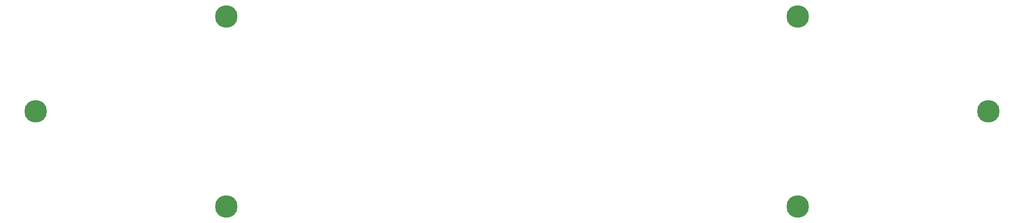
<source format=gbr>
G04 #@! TF.GenerationSoftware,KiCad,Pcbnew,(5.1.2-1)-1*
G04 #@! TF.CreationDate,2020-02-21T07:14:38-06:00*
G04 #@! TF.ProjectId,therick48_top_plate,74686572-6963-46b3-9438-5f746f705f70,rev?*
G04 #@! TF.SameCoordinates,Original*
G04 #@! TF.FileFunction,Copper,L2,Bot*
G04 #@! TF.FilePolarity,Positive*
%FSLAX46Y46*%
G04 Gerber Fmt 4.6, Leading zero omitted, Abs format (unit mm)*
G04 Created by KiCad (PCBNEW (5.1.2-1)-1) date 2020-02-21 07:14:38*
%MOMM*%
%LPD*%
G04 APERTURE LIST*
%ADD10C,4.500000*%
G04 APERTURE END LIST*
D10*
X64980000Y-72580000D03*
X102980000Y-53580000D03*
X102980000Y-91580000D03*
X216980000Y-53580000D03*
X216980000Y-91580000D03*
X254980000Y-72580000D03*
M02*

</source>
